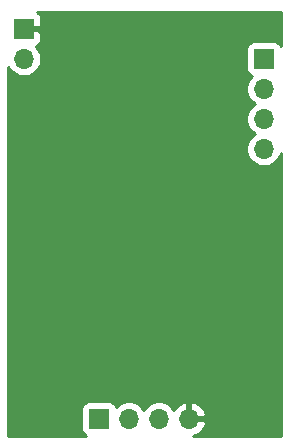
<source format=gbl>
G04 #@! TF.GenerationSoftware,KiCad,Pcbnew,5.1.5-52549c5~84~ubuntu18.04.1*
G04 #@! TF.CreationDate,2020-02-14T16:30:54+05:30*
G04 #@! TF.ProjectId,SenseEle_GPS_adapter,53656e73-6545-46c6-955f-4750535f6164,rev?*
G04 #@! TF.SameCoordinates,Original*
G04 #@! TF.FileFunction,Copper,L2,Bot*
G04 #@! TF.FilePolarity,Positive*
%FSLAX46Y46*%
G04 Gerber Fmt 4.6, Leading zero omitted, Abs format (unit mm)*
G04 Created by KiCad (PCBNEW 5.1.5-52549c5~84~ubuntu18.04.1) date 2020-02-14 16:30:54*
%MOMM*%
%LPD*%
G04 APERTURE LIST*
%ADD10O,1.700000X1.700000*%
%ADD11R,1.700000X1.700000*%
%ADD12C,0.250000*%
%ADD13C,0.254000*%
G04 APERTURE END LIST*
D10*
X154940000Y-114300000D03*
X152400000Y-114300000D03*
X149860000Y-114300000D03*
D11*
X147320000Y-114300000D03*
D10*
X161290000Y-91440000D03*
X161290000Y-88900000D03*
X161290000Y-86360000D03*
D11*
X161290000Y-83820000D03*
D10*
X140970000Y-83820000D03*
D11*
X140970000Y-81280000D03*
D12*
X154940000Y-94150000D02*
X154940000Y-113097919D01*
X154940000Y-113097919D02*
X154940000Y-114300000D01*
X142070000Y-81280000D02*
X154940000Y-94150000D01*
X140970000Y-81280000D02*
X142070000Y-81280000D01*
D13*
G36*
X162740000Y-82760428D02*
G01*
X162729502Y-82725820D01*
X162670537Y-82615506D01*
X162591185Y-82518815D01*
X162494494Y-82439463D01*
X162384180Y-82380498D01*
X162264482Y-82344188D01*
X162140000Y-82331928D01*
X160440000Y-82331928D01*
X160315518Y-82344188D01*
X160195820Y-82380498D01*
X160085506Y-82439463D01*
X159988815Y-82518815D01*
X159909463Y-82615506D01*
X159850498Y-82725820D01*
X159814188Y-82845518D01*
X159801928Y-82970000D01*
X159801928Y-84670000D01*
X159814188Y-84794482D01*
X159850498Y-84914180D01*
X159909463Y-85024494D01*
X159988815Y-85121185D01*
X160085506Y-85200537D01*
X160195820Y-85259502D01*
X160268380Y-85281513D01*
X160136525Y-85413368D01*
X159974010Y-85656589D01*
X159862068Y-85926842D01*
X159805000Y-86213740D01*
X159805000Y-86506260D01*
X159862068Y-86793158D01*
X159974010Y-87063411D01*
X160136525Y-87306632D01*
X160343368Y-87513475D01*
X160517760Y-87630000D01*
X160343368Y-87746525D01*
X160136525Y-87953368D01*
X159974010Y-88196589D01*
X159862068Y-88466842D01*
X159805000Y-88753740D01*
X159805000Y-89046260D01*
X159862068Y-89333158D01*
X159974010Y-89603411D01*
X160136525Y-89846632D01*
X160343368Y-90053475D01*
X160517760Y-90170000D01*
X160343368Y-90286525D01*
X160136525Y-90493368D01*
X159974010Y-90736589D01*
X159862068Y-91006842D01*
X159805000Y-91293740D01*
X159805000Y-91586260D01*
X159862068Y-91873158D01*
X159974010Y-92143411D01*
X160136525Y-92386632D01*
X160343368Y-92593475D01*
X160586589Y-92755990D01*
X160856842Y-92867932D01*
X161143740Y-92925000D01*
X161436260Y-92925000D01*
X161723158Y-92867932D01*
X161993411Y-92755990D01*
X162236632Y-92593475D01*
X162443475Y-92386632D01*
X162605990Y-92143411D01*
X162717932Y-91873158D01*
X162740000Y-91762214D01*
X162740001Y-115740000D01*
X155301756Y-115740000D01*
X155444099Y-115696825D01*
X155706920Y-115571641D01*
X155940269Y-115397588D01*
X156135178Y-115181355D01*
X156284157Y-114931252D01*
X156381481Y-114656891D01*
X156260814Y-114427000D01*
X155067000Y-114427000D01*
X155067000Y-114447000D01*
X154813000Y-114447000D01*
X154813000Y-114427000D01*
X154793000Y-114427000D01*
X154793000Y-114173000D01*
X154813000Y-114173000D01*
X154813000Y-112979845D01*
X155067000Y-112979845D01*
X155067000Y-114173000D01*
X156260814Y-114173000D01*
X156381481Y-113943109D01*
X156284157Y-113668748D01*
X156135178Y-113418645D01*
X155940269Y-113202412D01*
X155706920Y-113028359D01*
X155444099Y-112903175D01*
X155296890Y-112858524D01*
X155067000Y-112979845D01*
X154813000Y-112979845D01*
X154583110Y-112858524D01*
X154435901Y-112903175D01*
X154173080Y-113028359D01*
X153939731Y-113202412D01*
X153744822Y-113418645D01*
X153675195Y-113535534D01*
X153553475Y-113353368D01*
X153346632Y-113146525D01*
X153103411Y-112984010D01*
X152833158Y-112872068D01*
X152546260Y-112815000D01*
X152253740Y-112815000D01*
X151966842Y-112872068D01*
X151696589Y-112984010D01*
X151453368Y-113146525D01*
X151246525Y-113353368D01*
X151130000Y-113527760D01*
X151013475Y-113353368D01*
X150806632Y-113146525D01*
X150563411Y-112984010D01*
X150293158Y-112872068D01*
X150006260Y-112815000D01*
X149713740Y-112815000D01*
X149426842Y-112872068D01*
X149156589Y-112984010D01*
X148913368Y-113146525D01*
X148781513Y-113278380D01*
X148759502Y-113205820D01*
X148700537Y-113095506D01*
X148621185Y-112998815D01*
X148524494Y-112919463D01*
X148414180Y-112860498D01*
X148294482Y-112824188D01*
X148170000Y-112811928D01*
X146470000Y-112811928D01*
X146345518Y-112824188D01*
X146225820Y-112860498D01*
X146115506Y-112919463D01*
X146018815Y-112998815D01*
X145939463Y-113095506D01*
X145880498Y-113205820D01*
X145844188Y-113325518D01*
X145831928Y-113450000D01*
X145831928Y-115150000D01*
X145844188Y-115274482D01*
X145880498Y-115394180D01*
X145939463Y-115504494D01*
X146018815Y-115601185D01*
X146115506Y-115680537D01*
X146225820Y-115739502D01*
X146227462Y-115740000D01*
X139660000Y-115740000D01*
X139660000Y-84532376D01*
X139816525Y-84766632D01*
X140023368Y-84973475D01*
X140266589Y-85135990D01*
X140536842Y-85247932D01*
X140823740Y-85305000D01*
X141116260Y-85305000D01*
X141403158Y-85247932D01*
X141673411Y-85135990D01*
X141916632Y-84973475D01*
X142123475Y-84766632D01*
X142285990Y-84523411D01*
X142397932Y-84253158D01*
X142455000Y-83966260D01*
X142455000Y-83673740D01*
X142397932Y-83386842D01*
X142285990Y-83116589D01*
X142123475Y-82873368D01*
X141991620Y-82741513D01*
X142064180Y-82719502D01*
X142174494Y-82660537D01*
X142271185Y-82581185D01*
X142350537Y-82484494D01*
X142409502Y-82374180D01*
X142445812Y-82254482D01*
X142458072Y-82130000D01*
X142455000Y-81565750D01*
X142296250Y-81407000D01*
X141097000Y-81407000D01*
X141097000Y-81427000D01*
X140843000Y-81427000D01*
X140843000Y-81407000D01*
X140823000Y-81407000D01*
X140823000Y-81153000D01*
X140843000Y-81153000D01*
X140843000Y-81133000D01*
X141097000Y-81133000D01*
X141097000Y-81153000D01*
X142296250Y-81153000D01*
X142455000Y-80994250D01*
X142458072Y-80430000D01*
X142445812Y-80305518D01*
X142409502Y-80185820D01*
X142350537Y-80075506D01*
X142271185Y-79978815D01*
X142174494Y-79899463D01*
X142100665Y-79860000D01*
X162740000Y-79860000D01*
X162740000Y-82760428D01*
G37*
X162740000Y-82760428D02*
X162729502Y-82725820D01*
X162670537Y-82615506D01*
X162591185Y-82518815D01*
X162494494Y-82439463D01*
X162384180Y-82380498D01*
X162264482Y-82344188D01*
X162140000Y-82331928D01*
X160440000Y-82331928D01*
X160315518Y-82344188D01*
X160195820Y-82380498D01*
X160085506Y-82439463D01*
X159988815Y-82518815D01*
X159909463Y-82615506D01*
X159850498Y-82725820D01*
X159814188Y-82845518D01*
X159801928Y-82970000D01*
X159801928Y-84670000D01*
X159814188Y-84794482D01*
X159850498Y-84914180D01*
X159909463Y-85024494D01*
X159988815Y-85121185D01*
X160085506Y-85200537D01*
X160195820Y-85259502D01*
X160268380Y-85281513D01*
X160136525Y-85413368D01*
X159974010Y-85656589D01*
X159862068Y-85926842D01*
X159805000Y-86213740D01*
X159805000Y-86506260D01*
X159862068Y-86793158D01*
X159974010Y-87063411D01*
X160136525Y-87306632D01*
X160343368Y-87513475D01*
X160517760Y-87630000D01*
X160343368Y-87746525D01*
X160136525Y-87953368D01*
X159974010Y-88196589D01*
X159862068Y-88466842D01*
X159805000Y-88753740D01*
X159805000Y-89046260D01*
X159862068Y-89333158D01*
X159974010Y-89603411D01*
X160136525Y-89846632D01*
X160343368Y-90053475D01*
X160517760Y-90170000D01*
X160343368Y-90286525D01*
X160136525Y-90493368D01*
X159974010Y-90736589D01*
X159862068Y-91006842D01*
X159805000Y-91293740D01*
X159805000Y-91586260D01*
X159862068Y-91873158D01*
X159974010Y-92143411D01*
X160136525Y-92386632D01*
X160343368Y-92593475D01*
X160586589Y-92755990D01*
X160856842Y-92867932D01*
X161143740Y-92925000D01*
X161436260Y-92925000D01*
X161723158Y-92867932D01*
X161993411Y-92755990D01*
X162236632Y-92593475D01*
X162443475Y-92386632D01*
X162605990Y-92143411D01*
X162717932Y-91873158D01*
X162740000Y-91762214D01*
X162740001Y-115740000D01*
X155301756Y-115740000D01*
X155444099Y-115696825D01*
X155706920Y-115571641D01*
X155940269Y-115397588D01*
X156135178Y-115181355D01*
X156284157Y-114931252D01*
X156381481Y-114656891D01*
X156260814Y-114427000D01*
X155067000Y-114427000D01*
X155067000Y-114447000D01*
X154813000Y-114447000D01*
X154813000Y-114427000D01*
X154793000Y-114427000D01*
X154793000Y-114173000D01*
X154813000Y-114173000D01*
X154813000Y-112979845D01*
X155067000Y-112979845D01*
X155067000Y-114173000D01*
X156260814Y-114173000D01*
X156381481Y-113943109D01*
X156284157Y-113668748D01*
X156135178Y-113418645D01*
X155940269Y-113202412D01*
X155706920Y-113028359D01*
X155444099Y-112903175D01*
X155296890Y-112858524D01*
X155067000Y-112979845D01*
X154813000Y-112979845D01*
X154583110Y-112858524D01*
X154435901Y-112903175D01*
X154173080Y-113028359D01*
X153939731Y-113202412D01*
X153744822Y-113418645D01*
X153675195Y-113535534D01*
X153553475Y-113353368D01*
X153346632Y-113146525D01*
X153103411Y-112984010D01*
X152833158Y-112872068D01*
X152546260Y-112815000D01*
X152253740Y-112815000D01*
X151966842Y-112872068D01*
X151696589Y-112984010D01*
X151453368Y-113146525D01*
X151246525Y-113353368D01*
X151130000Y-113527760D01*
X151013475Y-113353368D01*
X150806632Y-113146525D01*
X150563411Y-112984010D01*
X150293158Y-112872068D01*
X150006260Y-112815000D01*
X149713740Y-112815000D01*
X149426842Y-112872068D01*
X149156589Y-112984010D01*
X148913368Y-113146525D01*
X148781513Y-113278380D01*
X148759502Y-113205820D01*
X148700537Y-113095506D01*
X148621185Y-112998815D01*
X148524494Y-112919463D01*
X148414180Y-112860498D01*
X148294482Y-112824188D01*
X148170000Y-112811928D01*
X146470000Y-112811928D01*
X146345518Y-112824188D01*
X146225820Y-112860498D01*
X146115506Y-112919463D01*
X146018815Y-112998815D01*
X145939463Y-113095506D01*
X145880498Y-113205820D01*
X145844188Y-113325518D01*
X145831928Y-113450000D01*
X145831928Y-115150000D01*
X145844188Y-115274482D01*
X145880498Y-115394180D01*
X145939463Y-115504494D01*
X146018815Y-115601185D01*
X146115506Y-115680537D01*
X146225820Y-115739502D01*
X146227462Y-115740000D01*
X139660000Y-115740000D01*
X139660000Y-84532376D01*
X139816525Y-84766632D01*
X140023368Y-84973475D01*
X140266589Y-85135990D01*
X140536842Y-85247932D01*
X140823740Y-85305000D01*
X141116260Y-85305000D01*
X141403158Y-85247932D01*
X141673411Y-85135990D01*
X141916632Y-84973475D01*
X142123475Y-84766632D01*
X142285990Y-84523411D01*
X142397932Y-84253158D01*
X142455000Y-83966260D01*
X142455000Y-83673740D01*
X142397932Y-83386842D01*
X142285990Y-83116589D01*
X142123475Y-82873368D01*
X141991620Y-82741513D01*
X142064180Y-82719502D01*
X142174494Y-82660537D01*
X142271185Y-82581185D01*
X142350537Y-82484494D01*
X142409502Y-82374180D01*
X142445812Y-82254482D01*
X142458072Y-82130000D01*
X142455000Y-81565750D01*
X142296250Y-81407000D01*
X141097000Y-81407000D01*
X141097000Y-81427000D01*
X140843000Y-81427000D01*
X140843000Y-81407000D01*
X140823000Y-81407000D01*
X140823000Y-81153000D01*
X140843000Y-81153000D01*
X140843000Y-81133000D01*
X141097000Y-81133000D01*
X141097000Y-81153000D01*
X142296250Y-81153000D01*
X142455000Y-80994250D01*
X142458072Y-80430000D01*
X142445812Y-80305518D01*
X142409502Y-80185820D01*
X142350537Y-80075506D01*
X142271185Y-79978815D01*
X142174494Y-79899463D01*
X142100665Y-79860000D01*
X162740000Y-79860000D01*
X162740000Y-82760428D01*
M02*

</source>
